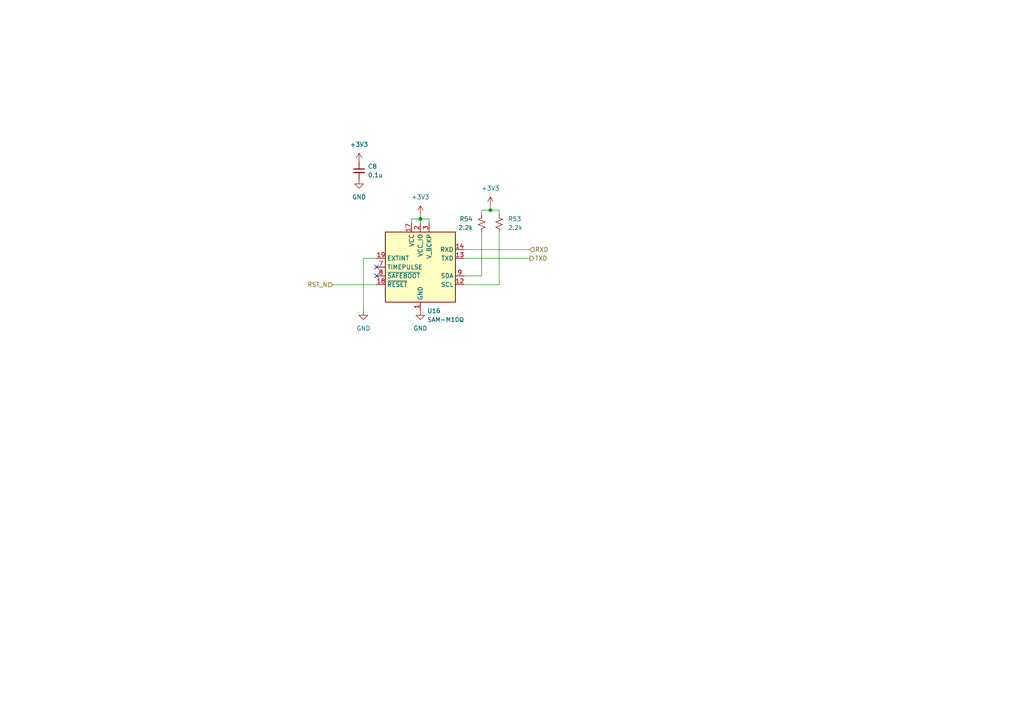
<source format=kicad_sch>
(kicad_sch (version 20230121) (generator eeschema)
  (paper "A4")
  (lib_symbols
    (symbol "0-ic-digital:SAM-M10Q"
      (property "Reference" "U" (at -8.89 11.43 0))
      (property "Value" "SAM-M10Q" (at 8.89 11.43 0))
      (symbol "SAM-M10Q_0_1"
        (rectangle (start -10.16 10.16) (end 10.16 -10.16) (stroke (width 0.254)) (fill (type background)))
      )
      (symbol "SAM-M10Q_1_1"
        (pin power_in line (at 0 -12.7 90) (length 2.54) (name "GND") (number "1"))
        (pin passive line (at 0 -12.7 90) (length 2.54) hide (name "GND") (number "10"))
        (pin passive line (at 0 -12.7 90) (length 2.54) hide (name "GND") (number "11"))
        (pin input line (at 12.7 -5.08 180) (length 2.54) (name "SCL") (number "12"))
        (pin output line (at 12.7 2.54 180) (length 2.54) (name "TXD") (number "13"))
        (pin input line (at 12.7 5.08 180) (length 2.54) (name "RXD") (number "14"))
        (pin passive line (at 0 -12.7 90) (length 2.54) hide (name "GND") (number "15"))
        (pin passive line (at 0 -12.7 90) (length 2.54) hide (name "GND") (number "16"))
        (pin power_in line (at -2.54 12.7 270) (length 2.54) (name "VCC") (number "17"))
        (pin input line (at -12.7 -5.08 0) (length 2.54) (name "~{RESET}") (number "18"))
        (pin input line (at -12.7 2.54 0) (length 2.54) (name "EXTINT") (number "19"))
        (pin power_in line (at 0 12.7 270) (length 2.54) (name "VCC_IO") (number "2"))
        (pin passive line (at 0 -12.7 90) (length 2.54) hide (name "GND") (number "20"))
        (pin power_in line (at 2.54 12.7 270) (length 2.54) (name "V_BCKP") (number "3"))
        (pin passive line (at 0 -12.7 90) (length 2.54) hide (name "GND") (number "4"))
        (pin passive line (at 0 -12.7 90) (length 2.54) hide (name "GND") (number "5"))
        (pin passive line (at 0 -12.7 90) (length 2.54) hide (name "GND") (number "6"))
        (pin output line (at -12.7 0 0) (length 2.54) (name "TIMEPULSE") (number "7"))
        (pin input line (at -12.7 -2.54 0) (length 2.54) (name "~{SAFEBOOT}") (number "8"))
        (pin bidirectional line (at 12.7 -2.54 180) (length 2.54) (name "SDA") (number "9"))
      )
    )
    (symbol "0-passives:C-ceramic" (pin_numbers hide) (pin_names (offset 0.254) hide)
      (property "Reference" "C" (at 0.254 1.778 0))
      (property "Value" "?u" (at 0.254 -2.032 0))
      (symbol "C-ceramic_0_1"
        (polyline (pts (xy -1.524 -0.508) (xy 1.524 -0.508)) (stroke (width 0.3302)))
        (polyline (pts (xy -1.524 0.508) (xy 1.524 0.508)) (stroke (width 0.3048)))
      )
      (symbol "C-ceramic_1_1"
        (pin passive line (at 0 2.54 270) (length 2.032) (name "~") (number "1"))
        (pin passive line (at 0 -2.54 90) (length 2.032) (name "~") (number "2"))
      )
    )
    (symbol "0-passives:R" (pin_numbers hide) (pin_names (offset 0.254) hide)
      (property "Reference" "R" (at 0.762 0.508 0))
      (property "Value" "?k" (at 0.762 -1.016 0))
      (symbol "R_1_1"
        (polyline (pts (xy 0 0) (xy 1.016 -0.381) (xy 0 -0.762) (xy -1.016 -1.143) (xy 0 -1.524)))
        (polyline (pts (xy 0 1.524) (xy 1.016 1.143) (xy 0 0.762) (xy -1.016 0.381) (xy 0 0)))
        (pin passive line (at 0 2.54 270) (length 1.016) (name "~") (number "1"))
        (pin passive line (at 0 -2.54 90) (length 1.016) (name "~") (number "2"))
      )
    )
    (symbol "0-power:+3V3" (power) (pin_names (offset 0))
      (property "Value" "+3V3" (at 0 3.556 0))
      (symbol "+3V3_0_1"
        (polyline (pts (xy -0.762 1.27) (xy 0 2.54)))
        (polyline (pts (xy 0 0) (xy 0 2.54)))
        (polyline (pts (xy 0 2.54) (xy 0.762 1.27)))
      )
      (symbol "+3V3_1_1"
        (pin power_in line (at 0 0 90) (length 0) hide (name "+3V3") (number "1"))
      )
    )
    (symbol "0-power:GND" (power) (pin_names (offset 0))
      (property "Value" "GND" (at 0 -3.81 0))
      (symbol "GND_0_1"
        (polyline (pts (xy 0 0) (xy 0 -1.27) (xy 1.27 -1.27) (xy 0 -2.54) (xy -1.27 -1.27) (xy 0 -1.27)))
      )
      (symbol "GND_1_1"
        (pin power_in line (at 0 0 270) (length 0) hide (name "GND") (number "1"))
      )
    )
  )
  (junction (at 142.24 60.96))
  (junction (at 121.92 63.5))
  (no_connect (at 109.22 80.01))
  (no_connect (at 109.22 77.47))
  (wire (pts (xy 144.78 82.55) (xy 134.62 82.55)))
  (wire (pts (xy 105.41 74.93) (xy 109.22 74.93)))
  (wire (pts (xy 134.62 72.39) (xy 153.67 72.39)))
  (wire (pts (xy 124.46 63.5) (xy 121.92 63.5)))
  (wire (pts (xy 96.52 82.55) (xy 109.22 82.55)))
  (wire (pts (xy 144.78 62.23) (xy 144.78 60.96)))
  (wire (pts (xy 139.7 80.01) (xy 134.62 80.01)))
  (wire (pts (xy 139.7 67.31) (xy 139.7 80.01)))
  (wire (pts (xy 142.24 60.96) (xy 142.24 59.69)))
  (wire (pts (xy 139.7 62.23) (xy 139.7 60.96)))
  (wire (pts (xy 105.41 90.17) (xy 105.41 74.93)))
  (wire (pts (xy 144.78 67.31) (xy 144.78 82.55)))
  (wire (pts (xy 139.7 60.96) (xy 142.24 60.96)))
  (wire (pts (xy 124.46 64.77) (xy 124.46 63.5)))
  (wire (pts (xy 121.92 63.5) (xy 119.38 63.5)))
  (wire (pts (xy 119.38 63.5) (xy 119.38 64.77)))
  (wire (pts (xy 121.92 62.23) (xy 121.92 63.5)))
  (wire (pts (xy 144.78 60.96) (xy 142.24 60.96)))
  (wire (pts (xy 134.62 74.93) (xy 153.67 74.93)))
  (wire (pts (xy 121.92 63.5) (xy 121.92 64.77)))
  (hierarchical_label "RXD" (shape input) (at 153.67 72.39 0))
  (hierarchical_label "TXD" (shape output) (at 153.67 74.93 0))
  (hierarchical_label "RST_N" (shape input) (at 96.52 82.55 180))
  (symbol (lib_id "0-ic-digital:SAM-M10Q") (at 121.92 77.47 0) (unit 1)
    (property "Reference" "U16" (at 123.8759 90.17 0) (effects (justify left)))
    (property "Value" "SAM-M10Q" (at 123.8759 92.71 0) (effects (justify left)))
    (property "Footprint" "RF_GPS:ublox_SAM-M8Q" (effects hide))
    (property "Datasheet" "https://www.u-blox.com/sites/default/files/documents/SAM-M10Q_DataSheet_UBX-22013293.pdf" (effects hide))
    (instances (project "navbrick" (path "" (reference "U16") (unit 1)) (path "" (reference "U51") (unit 1))))
  )
  (symbol (lib_id "0-power:GND") (at 121.92 90.17 0) (unit 1)
    (property "Reference" "#PWR053" (effects hide))
    (property "Value" "GND" (at 121.92 95.25 0))
  )
  (symbol (lib_id "0-power:GND") (at 105.41 90.17 0) (unit 1)
    (property "Reference" "#PWR060" (effects hide))
    (property "Value" "GND" (at 105.41 95.25 0))
  )
  (symbol (lib_id "0-power:+3V3") (at 142.24 59.69 0) (unit 1)
    (property "Reference" "#PWR059" (effects hide))
    (property "Value" "+3V3" (at 142.24 54.61 0))
  )
  (symbol (lib_id "0-power:GND") (at 104.14 52.07 0) (unit 1)
    (property "Reference" "#PWR057" (effects hide))
    (property "Value" "GND" (at 104.14 57.15 0))
  )
  (symbol (lib_id "0-power:+3V3") (at 104.14 46.99 0) (unit 1)
    (property "Reference" "#PWR058" (effects hide))
    (property "Value" "+3V3" (at 104.14 41.91 0))
  )
  (symbol (lib_id "0-passives:C-ceramic") (at 104.14 49.53 0) (unit 1)
    (property "Reference" "C8" (at 106.68 48.2663 0) (effects (justify left)))
    (property "Value" "0.1u" (at 106.68 50.8063 0) (effects (justify left)))
    (property "Footprint" "Capacitor_SMD:C_0603_1608Metric" (effects hide))
  )
  (symbol (lib_id "0-passives:R") (at 139.7 64.77 0) (mirror y) (unit 1)
    (property "Reference" "R54" (at 137.16 63.5 0) (effects (justify left)))
    (property "Value" "2.2k" (at 137.16 66.04 0) (effects (justify left)))
    (property "Footprint" "Resistor_SMD:R_0402_1005Metric" (effects hide))
  )
  (symbol (lib_id "0-passives:R") (at 144.78 64.77 0) (unit 1)
    (property "Reference" "R53" (at 147.32 63.5 0) (effects (justify left)))
    (property "Value" "2.2k" (at 147.32 66.04 0) (effects (justify left)))
    (property "Footprint" "Resistor_SMD:R_0402_1005Metric" (effects hide))
  )
  (symbol (lib_id "0-power:+3V3") (at 121.92 62.23 0) (unit 1)
    (property "Reference" "#PWR054" (effects hide))
    (property "Value" "+3V3" (at 121.92 57.15 0))
  )
)
</source>
